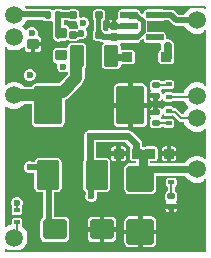
<source format=gtl>
G04*
G04 #@! TF.GenerationSoftware,Altium Limited,Altium Designer,22.9.1 (49)*
G04*
G04 Layer_Physical_Order=1*
G04 Layer_Color=8048618*
%FSLAX25Y25*%
%MOIN*%
G70*
G04*
G04 #@! TF.SameCoordinates,54072B3C-91D6-4D2C-9FA6-DB57A1534E62*
G04*
G04*
G04 #@! TF.FilePolarity,Positive*
G04*
G01*
G75*
%ADD12C,0.00787*%
%ADD15C,0.01968*%
%ADD16C,0.01575*%
G04:AMPARAMS|DCode=20|XSize=74.8mil|YSize=98.43mil|CornerRadius=7.48mil|HoleSize=0mil|Usage=FLASHONLY|Rotation=0.000|XOffset=0mil|YOffset=0mil|HoleType=Round|Shape=RoundedRectangle|*
%AMROUNDEDRECTD20*
21,1,0.07480,0.08346,0,0,0.0*
21,1,0.05984,0.09843,0,0,0.0*
1,1,0.01496,0.02992,-0.04173*
1,1,0.01496,-0.02992,-0.04173*
1,1,0.01496,-0.02992,0.04173*
1,1,0.01496,0.02992,0.04173*
%
%ADD20ROUNDEDRECTD20*%
G04:AMPARAMS|DCode=21|XSize=86.61mil|YSize=90.55mil|CornerRadius=8.66mil|HoleSize=0mil|Usage=FLASHONLY|Rotation=270.000|XOffset=0mil|YOffset=0mil|HoleType=Round|Shape=RoundedRectangle|*
%AMROUNDEDRECTD21*
21,1,0.08661,0.07323,0,0,270.0*
21,1,0.06929,0.09055,0,0,270.0*
1,1,0.01732,-0.03661,-0.03465*
1,1,0.01732,-0.03661,0.03465*
1,1,0.01732,0.03661,0.03465*
1,1,0.01732,0.03661,-0.03465*
%
%ADD21ROUNDEDRECTD21*%
G04:AMPARAMS|DCode=22|XSize=78.74mil|YSize=66.93mil|CornerRadius=6.69mil|HoleSize=0mil|Usage=FLASHONLY|Rotation=180.000|XOffset=0mil|YOffset=0mil|HoleType=Round|Shape=RoundedRectangle|*
%AMROUNDEDRECTD22*
21,1,0.07874,0.05354,0,0,180.0*
21,1,0.06535,0.06693,0,0,180.0*
1,1,0.01339,-0.03268,0.02677*
1,1,0.01339,0.03268,0.02677*
1,1,0.01339,0.03268,-0.02677*
1,1,0.01339,-0.03268,-0.02677*
%
%ADD22ROUNDEDRECTD22*%
G04:AMPARAMS|DCode=23|XSize=35.43mil|YSize=37.4mil|CornerRadius=3.54mil|HoleSize=0mil|Usage=FLASHONLY|Rotation=90.000|XOffset=0mil|YOffset=0mil|HoleType=Round|Shape=RoundedRectangle|*
%AMROUNDEDRECTD23*
21,1,0.03543,0.03032,0,0,90.0*
21,1,0.02835,0.03740,0,0,90.0*
1,1,0.00709,0.01516,0.01417*
1,1,0.00709,0.01516,-0.01417*
1,1,0.00709,-0.01516,-0.01417*
1,1,0.00709,-0.01516,0.01417*
%
%ADD23ROUNDEDRECTD23*%
G04:AMPARAMS|DCode=24|XSize=35.43mil|YSize=37.4mil|CornerRadius=3.54mil|HoleSize=0mil|Usage=FLASHONLY|Rotation=90.000|XOffset=0mil|YOffset=0mil|HoleType=Round|Shape=RoundedRectangle|*
%AMROUNDEDRECTD24*
21,1,0.03543,0.03032,0,0,90.0*
21,1,0.02835,0.03740,0,0,90.0*
1,1,0.00709,0.01516,0.01417*
1,1,0.00709,0.01516,-0.01417*
1,1,0.00709,-0.01516,-0.01417*
1,1,0.00709,-0.01516,0.01417*
%
%ADD24ROUNDEDRECTD24*%
G04:AMPARAMS|DCode=25|XSize=21.65mil|YSize=57.09mil|CornerRadius=2.17mil|HoleSize=0mil|Usage=FLASHONLY|Rotation=270.000|XOffset=0mil|YOffset=0mil|HoleType=Round|Shape=RoundedRectangle|*
%AMROUNDEDRECTD25*
21,1,0.02165,0.05276,0,0,270.0*
21,1,0.01732,0.05709,0,0,270.0*
1,1,0.00433,-0.02638,-0.00866*
1,1,0.00433,-0.02638,0.00866*
1,1,0.00433,0.02638,0.00866*
1,1,0.00433,0.02638,-0.00866*
%
%ADD25ROUNDEDRECTD25*%
G04:AMPARAMS|DCode=26|XSize=21.65mil|YSize=57.09mil|CornerRadius=2.17mil|HoleSize=0mil|Usage=FLASHONLY|Rotation=270.000|XOffset=0mil|YOffset=0mil|HoleType=Round|Shape=RoundedRectangle|*
%AMROUNDEDRECTD26*
21,1,0.02165,0.05276,0,0,270.0*
21,1,0.01732,0.05709,0,0,270.0*
1,1,0.00433,-0.02638,-0.00866*
1,1,0.00433,-0.02638,0.00866*
1,1,0.00433,0.02638,0.00866*
1,1,0.00433,0.02638,-0.00866*
%
%ADD26ROUNDEDRECTD26*%
G04:AMPARAMS|DCode=27|XSize=35.83mil|YSize=33.47mil|CornerRadius=3.35mil|HoleSize=0mil|Usage=FLASHONLY|Rotation=0.000|XOffset=0mil|YOffset=0mil|HoleType=Round|Shape=RoundedRectangle|*
%AMROUNDEDRECTD27*
21,1,0.03583,0.02677,0,0,0.0*
21,1,0.02913,0.03347,0,0,0.0*
1,1,0.00669,0.01457,-0.01339*
1,1,0.00669,-0.01457,-0.01339*
1,1,0.00669,-0.01457,0.01339*
1,1,0.00669,0.01457,0.01339*
%
%ADD27ROUNDEDRECTD27*%
G04:AMPARAMS|DCode=28|XSize=94.49mil|YSize=129.92mil|CornerRadius=9.45mil|HoleSize=0mil|Usage=FLASHONLY|Rotation=0.000|XOffset=0mil|YOffset=0mil|HoleType=Round|Shape=RoundedRectangle|*
%AMROUNDEDRECTD28*
21,1,0.09449,0.11102,0,0,0.0*
21,1,0.07559,0.12992,0,0,0.0*
1,1,0.01890,0.03780,-0.05551*
1,1,0.01890,-0.03780,-0.05551*
1,1,0.01890,-0.03780,0.05551*
1,1,0.01890,0.03780,0.05551*
%
%ADD28ROUNDEDRECTD28*%
G04:AMPARAMS|DCode=29|XSize=70.87mil|YSize=45.28mil|CornerRadius=4.53mil|HoleSize=0mil|Usage=FLASHONLY|Rotation=90.000|XOffset=0mil|YOffset=0mil|HoleType=Round|Shape=RoundedRectangle|*
%AMROUNDEDRECTD29*
21,1,0.07087,0.03622,0,0,90.0*
21,1,0.06181,0.04528,0,0,90.0*
1,1,0.00906,0.01811,0.03091*
1,1,0.00906,0.01811,-0.03091*
1,1,0.00906,-0.01811,-0.03091*
1,1,0.00906,-0.01811,0.03091*
%
%ADD29ROUNDEDRECTD29*%
G04:AMPARAMS|DCode=30|XSize=33.47mil|YSize=33.47mil|CornerRadius=3.35mil|HoleSize=0mil|Usage=FLASHONLY|Rotation=0.000|XOffset=0mil|YOffset=0mil|HoleType=Round|Shape=RoundedRectangle|*
%AMROUNDEDRECTD30*
21,1,0.03347,0.02677,0,0,0.0*
21,1,0.02677,0.03347,0,0,0.0*
1,1,0.00669,0.01339,-0.01339*
1,1,0.00669,-0.01339,-0.01339*
1,1,0.00669,-0.01339,0.01339*
1,1,0.00669,0.01339,0.01339*
%
%ADD30ROUNDEDRECTD30*%
G04:AMPARAMS|DCode=31|XSize=15.75mil|YSize=19.68mil|CornerRadius=1.58mil|HoleSize=0mil|Usage=FLASHONLY|Rotation=270.000|XOffset=0mil|YOffset=0mil|HoleType=Round|Shape=RoundedRectangle|*
%AMROUNDEDRECTD31*
21,1,0.01575,0.01654,0,0,270.0*
21,1,0.01260,0.01968,0,0,270.0*
1,1,0.00315,-0.00827,-0.00630*
1,1,0.00315,-0.00827,0.00630*
1,1,0.00315,0.00827,0.00630*
1,1,0.00315,0.00827,-0.00630*
%
%ADD31ROUNDEDRECTD31*%
G04:AMPARAMS|DCode=32|XSize=23.62mil|YSize=23.62mil|CornerRadius=2.36mil|HoleSize=0mil|Usage=FLASHONLY|Rotation=90.000|XOffset=0mil|YOffset=0mil|HoleType=Round|Shape=RoundedRectangle|*
%AMROUNDEDRECTD32*
21,1,0.02362,0.01890,0,0,90.0*
21,1,0.01890,0.02362,0,0,90.0*
1,1,0.00472,0.00945,0.00945*
1,1,0.00472,0.00945,-0.00945*
1,1,0.00472,-0.00945,-0.00945*
1,1,0.00472,-0.00945,0.00945*
%
%ADD32ROUNDEDRECTD32*%
G04:AMPARAMS|DCode=33|XSize=19.68mil|YSize=23.62mil|CornerRadius=1.97mil|HoleSize=0mil|Usage=FLASHONLY|Rotation=0.000|XOffset=0mil|YOffset=0mil|HoleType=Round|Shape=RoundedRectangle|*
%AMROUNDEDRECTD33*
21,1,0.01968,0.01968,0,0,0.0*
21,1,0.01575,0.02362,0,0,0.0*
1,1,0.00394,0.00787,-0.00984*
1,1,0.00394,-0.00787,-0.00984*
1,1,0.00394,-0.00787,0.00984*
1,1,0.00394,0.00787,0.00984*
%
%ADD33ROUNDEDRECTD33*%
G04:AMPARAMS|DCode=34|XSize=19.68mil|YSize=23.62mil|CornerRadius=1.97mil|HoleSize=0mil|Usage=FLASHONLY|Rotation=270.000|XOffset=0mil|YOffset=0mil|HoleType=Round|Shape=RoundedRectangle|*
%AMROUNDEDRECTD34*
21,1,0.01968,0.01968,0,0,270.0*
21,1,0.01575,0.02362,0,0,270.0*
1,1,0.00394,-0.00984,-0.00787*
1,1,0.00394,-0.00984,0.00787*
1,1,0.00394,0.00984,0.00787*
1,1,0.00394,0.00984,-0.00787*
%
%ADD34ROUNDEDRECTD34*%
%ADD51O,0.66929X0.00787*%
%ADD52O,0.00787X0.18898*%
%ADD53O,0.00787X0.10236*%
%ADD54O,0.00787X0.12992*%
%ADD55O,0.00787X0.40158*%
%ADD56O,0.60630X0.00787*%
%ADD57O,0.00787X0.01181*%
%ADD58O,0.00787X0.24410*%
%ADD59C,0.03150*%
%ADD60C,0.02362*%
%ADD61C,0.03937*%
%ADD62C,0.02756*%
%ADD63C,0.05906*%
%ADD64C,0.02362*%
G36*
X62081Y81299D02*
X61196Y80788D01*
X60353Y79945D01*
X59791Y78972D01*
X57833D01*
X56590Y80214D01*
X56004Y80606D01*
X55313Y80743D01*
X52933D01*
X52925Y80749D01*
X52533Y80827D01*
X47257D01*
X46866Y80749D01*
X46534Y80527D01*
X46312Y80195D01*
X46234Y79803D01*
Y79473D01*
X45688Y79247D01*
X45158Y79777D01*
X45088Y79824D01*
X45014Y80195D01*
X44792Y80527D01*
X44460Y80749D01*
X44068Y80827D01*
X38793D01*
X38401Y80749D01*
X38069Y80527D01*
X37847Y80195D01*
X37769Y79803D01*
Y78071D01*
X37800Y77914D01*
X37401Y77446D01*
X37343Y77416D01*
X37257Y77433D01*
X37100D01*
Y75444D01*
X36313D01*
Y74657D01*
X34324D01*
Y74499D01*
X34403Y74100D01*
X34087Y73510D01*
X33435D01*
X33212Y73733D01*
X33208Y73753D01*
X32982Y74092D01*
X32714Y74271D01*
Y76945D01*
X32982Y77124D01*
X33208Y77462D01*
X33288Y77861D01*
Y79751D01*
X33208Y80151D01*
X32982Y80489D01*
X32643Y80716D01*
X32244Y80795D01*
X30354D01*
X29955Y80716D01*
X29616Y80489D01*
X29390Y80151D01*
X29311Y79751D01*
Y77861D01*
X29390Y77462D01*
X29503Y77293D01*
Y73922D01*
X29390Y73753D01*
X29311Y73354D01*
Y71464D01*
X29390Y71065D01*
X29616Y70726D01*
X29955Y70500D01*
X30354Y70420D01*
X31419D01*
X31995Y70035D01*
X32686Y69898D01*
X32724D01*
X32903Y69307D01*
X32756Y69208D01*
X32481Y68798D01*
X32385Y68314D01*
Y62133D01*
X32481Y61649D01*
X32756Y61239D01*
X33166Y60965D01*
X33650Y60869D01*
X37272D01*
X37756Y60965D01*
X38166Y61239D01*
X38440Y61649D01*
X38521Y62057D01*
X38603Y62173D01*
X39127Y62487D01*
X39298Y62453D01*
X42211D01*
X42649Y62540D01*
X43020Y62788D01*
X43268Y63159D01*
X43355Y63597D01*
Y66274D01*
X43268Y66712D01*
X43020Y67083D01*
X42649Y67331D01*
X42211Y67418D01*
X39298D01*
X39127Y67384D01*
X38536Y67771D01*
Y68314D01*
X38440Y68798D01*
X38248Y69085D01*
X38254Y69119D01*
X38507Y69569D01*
X38550Y69615D01*
X38793Y69567D01*
X44068D01*
X44460Y69645D01*
X44792Y69867D01*
X45014Y70199D01*
X45071Y70483D01*
X45271Y70617D01*
X45688Y71034D01*
X46234Y70808D01*
Y70591D01*
X46312Y70199D01*
X46534Y69867D01*
X46866Y69645D01*
X47257Y69567D01*
X51653D01*
X52027Y69110D01*
X51952Y68732D01*
Y67351D01*
X51852Y67331D01*
X51481Y67083D01*
X51233Y66712D01*
X51146Y66274D01*
Y63597D01*
X51233Y63159D01*
X51481Y62788D01*
X51852Y62540D01*
X52290Y62453D01*
X55203D01*
X55641Y62540D01*
X56012Y62788D01*
X56260Y63159D01*
X56347Y63597D01*
Y64853D01*
X56368Y64955D01*
Y68732D01*
X56200Y69577D01*
X55721Y70293D01*
X55005Y70772D01*
X54160Y70940D01*
X54013Y70911D01*
X53557Y71285D01*
Y72323D01*
X53479Y72715D01*
X53257Y73047D01*
X52925Y73269D01*
X52533Y73347D01*
X47572D01*
X47465Y73477D01*
Y76805D01*
X47465Y76805D01*
X47664Y77047D01*
X52533D01*
X52925Y77125D01*
X52933Y77131D01*
X54565D01*
X55807Y75888D01*
X56393Y75497D01*
X57085Y75359D01*
X59791D01*
X60353Y74385D01*
X61196Y73542D01*
X62229Y72946D01*
X63380Y72638D01*
X64572D01*
X65724Y72946D01*
X66339Y73301D01*
X66929Y72960D01*
Y56174D01*
X66339Y55833D01*
X65724Y56187D01*
X64572Y56496D01*
X63380D01*
X62229Y56187D01*
X61196Y55591D01*
X60353Y54748D01*
X59757Y53716D01*
X59520Y52831D01*
X56127D01*
X56032Y52973D01*
X55719Y53182D01*
X55351Y53255D01*
X53697D01*
X53329Y53182D01*
X53016Y52973D01*
X52845Y52716D01*
X52803Y52714D01*
X52254Y52843D01*
X52178Y53227D01*
X51960Y53552D01*
Y53944D01*
X52409Y54444D01*
X53077D01*
X53329Y54276D01*
X53697Y54202D01*
X55351D01*
X55719Y54276D01*
X56032Y54484D01*
X56241Y54797D01*
X56314Y55166D01*
Y56425D01*
X56241Y56794D01*
X56032Y57107D01*
X55719Y57315D01*
X55351Y57389D01*
X53697D01*
X53329Y57315D01*
X53016Y57107D01*
X52846Y56852D01*
X52123D01*
X51960Y57096D01*
X51635Y57313D01*
X51251Y57390D01*
X49282D01*
X48898Y57313D01*
X48572Y57096D01*
X48355Y56770D01*
X48279Y56386D01*
Y54811D01*
X48355Y54427D01*
X48572Y54102D01*
Y53552D01*
X48355Y53227D01*
X48279Y52843D01*
D01*
X50266D01*
Y52055D01*
X51054D01*
Y50264D01*
X51251D01*
X51635Y50341D01*
X51960Y50558D01*
X52165Y50865D01*
X52253Y50879D01*
X52772Y50842D01*
X52807Y50663D01*
X53016Y50350D01*
X53329Y50142D01*
X53697Y50068D01*
X55351D01*
X55719Y50142D01*
X56032Y50350D01*
X56080Y50422D01*
X59703D01*
X59757Y50221D01*
X60353Y49189D01*
X60913Y48629D01*
X61132Y48228D01*
X60913Y47827D01*
X60353Y47268D01*
X59757Y46236D01*
X59719Y46092D01*
X59062Y45924D01*
X57432Y47554D01*
X57041Y47815D01*
X56581Y47907D01*
X56241Y47947D01*
X56032Y48260D01*
X55719Y48469D01*
X55351Y48542D01*
X53697D01*
X53329Y48469D01*
X53016Y48260D01*
X52807Y47947D01*
X52772Y47768D01*
X52253Y47732D01*
X52165Y47746D01*
X51960Y48052D01*
X51635Y48270D01*
X51251Y48346D01*
X51054D01*
Y46555D01*
X50266D01*
Y45768D01*
X48279D01*
X48355Y45384D01*
X48572Y45058D01*
Y44509D01*
X48355Y44183D01*
X48279Y43799D01*
Y42224D01*
X48355Y41840D01*
X48572Y41515D01*
X48898Y41297D01*
X49282Y41221D01*
X51251D01*
X51635Y41297D01*
X51960Y41515D01*
X52090Y41709D01*
X52879D01*
X53016Y41504D01*
X53329Y41295D01*
X53697Y41222D01*
X55351D01*
X55719Y41295D01*
X56032Y41504D01*
X56241Y41816D01*
X56314Y42185D01*
Y43445D01*
X56241Y43813D01*
X56032Y44126D01*
X55719Y44335D01*
X55351Y44408D01*
X53697D01*
X53329Y44335D01*
X53016Y44126D01*
X53010Y44118D01*
X52191D01*
X52178Y44183D01*
X51960Y44509D01*
Y45058D01*
X52178Y45384D01*
X52254Y45768D01*
X52803Y45897D01*
X52845Y45894D01*
X53016Y45638D01*
X53329Y45429D01*
X53697Y45355D01*
X55351D01*
X55719Y45429D01*
X55824Y45498D01*
X56082D01*
X57944Y43637D01*
X58334Y43376D01*
X58795Y43284D01*
X59612D01*
X59757Y42741D01*
X60353Y41708D01*
X61196Y40865D01*
X62229Y40269D01*
X63380Y39961D01*
X64572D01*
X65724Y40269D01*
X66339Y40624D01*
X66929Y40283D01*
Y31764D01*
X66339Y31423D01*
X65724Y31778D01*
X64572Y32087D01*
X63380D01*
X62229Y31778D01*
X61196Y31182D01*
X60353Y30339D01*
X59846Y29461D01*
X49025D01*
X48740Y29517D01*
X48398D01*
Y30195D01*
X49764D01*
X50202Y30282D01*
X50573Y30530D01*
X50821Y30901D01*
X50908Y31339D01*
Y34016D01*
X50821Y34454D01*
X50573Y34825D01*
X50202Y35073D01*
X49764Y35160D01*
X47087D01*
X46714Y35086D01*
X45766D01*
X45761Y35087D01*
Y35813D01*
X45608Y36581D01*
X45173Y37232D01*
X42403Y40002D01*
X41752Y40437D01*
X40984Y40590D01*
X28346D01*
X28153Y40551D01*
X27955D01*
X27772Y40475D01*
X27578Y40437D01*
X27414Y40327D01*
X27231Y40251D01*
X27092Y40112D01*
X26927Y40002D01*
X26817Y39838D01*
X26678Y39698D01*
X26602Y39515D01*
X26492Y39351D01*
X26454Y39157D01*
X26378Y38974D01*
Y38777D01*
X26339Y38583D01*
Y30761D01*
X26073Y30363D01*
X25954Y29764D01*
Y21417D01*
X26073Y20818D01*
X26413Y20310D01*
X26921Y19971D01*
X26934Y19968D01*
Y19287D01*
X26772Y18895D01*
Y18112D01*
X27071Y17389D01*
X27625Y16835D01*
X28349Y16535D01*
X29132D01*
X29855Y16835D01*
X30409Y17389D01*
X30709Y18112D01*
Y18895D01*
X30547Y19287D01*
Y19852D01*
X33504D01*
X34103Y19971D01*
X34611Y20310D01*
X34950Y20818D01*
X35069Y21417D01*
Y29764D01*
X34950Y30363D01*
X34611Y30871D01*
X34103Y31210D01*
X33504Y31329D01*
X30354D01*
Y36576D01*
X40153D01*
X41747Y34982D01*
Y34584D01*
X41660Y34454D01*
X41572Y34016D01*
Y31339D01*
X41660Y30901D01*
X41908Y30530D01*
X42279Y30282D01*
X42717Y30195D01*
X43581D01*
Y29517D01*
X41417D01*
X40772Y29389D01*
X40225Y29024D01*
X39860Y28477D01*
X39731Y27831D01*
Y20902D01*
X39860Y20257D01*
X40225Y19710D01*
X40772Y19345D01*
X41417Y19216D01*
X48740D01*
X49385Y19345D01*
X49932Y19710D01*
X50298Y20257D01*
X50426Y20902D01*
Y25447D01*
X59968D01*
X60353Y24779D01*
X61196Y23936D01*
X62229Y23340D01*
X63380Y23031D01*
X64572D01*
X65724Y23340D01*
X66339Y23695D01*
X66929Y23354D01*
Y0D01*
X5006D01*
X4848Y591D01*
X5733Y1101D01*
X6576Y1944D01*
X7172Y2977D01*
X7480Y4128D01*
Y5320D01*
X7172Y6472D01*
X6576Y7504D01*
X5733Y8347D01*
X5644Y8727D01*
X5686Y8789D01*
X5759Y9158D01*
Y10418D01*
X5686Y10786D01*
X5477Y11099D01*
X5164Y11308D01*
X4795Y11381D01*
X3142D01*
X2773Y11308D01*
X2461Y11099D01*
X2252Y10786D01*
X2179Y10418D01*
Y9204D01*
X1205Y8943D01*
X591Y8589D01*
X0Y8929D01*
Y47960D01*
X591Y48301D01*
X1205Y47946D01*
X2357Y47638D01*
X3549D01*
X4700Y47946D01*
X5733Y48542D01*
X6576Y49385D01*
X6576Y49386D01*
X8844D01*
Y43268D01*
X8979Y42592D01*
X9361Y42019D01*
X9934Y41636D01*
X10610Y41502D01*
X18169D01*
X18845Y41636D01*
X19418Y42019D01*
X19801Y42592D01*
X19936Y43268D01*
Y50681D01*
X20560Y50939D01*
X21136Y51381D01*
X25714Y55959D01*
X26155Y56534D01*
X26433Y57205D01*
X26528Y57924D01*
Y61092D01*
X26748Y61239D01*
X27023Y61649D01*
X27119Y62133D01*
Y68314D01*
X27023Y68798D01*
X26748Y69208D01*
X26338Y69482D01*
X25854Y69579D01*
X22232D01*
X21748Y69482D01*
X21338Y69208D01*
X21064Y68798D01*
X20991Y68431D01*
X20843Y68287D01*
X20718Y68201D01*
X20377Y68046D01*
X20112Y68099D01*
X17080D01*
X16635Y68010D01*
X16257Y67758D01*
X16005Y67380D01*
X15916Y66935D01*
Y64100D01*
X16005Y63655D01*
X16257Y63277D01*
X16635Y63025D01*
X17080Y62936D01*
X17094D01*
X17489Y62346D01*
X17415Y62169D01*
Y61386D01*
X17715Y60663D01*
X18269Y60109D01*
X18992Y59809D01*
X19775D01*
X20378Y60058D01*
X20968Y59807D01*
Y59076D01*
X18029Y56136D01*
X10610D01*
X9934Y56002D01*
X9361Y55619D01*
X8979Y55046D01*
X8958Y54945D01*
X6576D01*
X6576Y54945D01*
X5733Y55788D01*
X4700Y56384D01*
X3549Y56693D01*
X2357D01*
X1205Y56384D01*
X591Y56029D01*
X0Y56371D01*
Y67448D01*
X591Y67789D01*
X1205Y67435D01*
X2357Y67126D01*
X3549D01*
X4700Y67435D01*
X5733Y68031D01*
X6074Y68372D01*
X6664Y68127D01*
Y67840D01*
X6753Y67395D01*
X7005Y67017D01*
X7383Y66765D01*
X7828Y66676D01*
X8557D01*
Y69258D01*
X9344D01*
Y70045D01*
X12024D01*
Y70675D01*
X11935Y71121D01*
X11683Y71498D01*
X11305Y71751D01*
X11288Y71754D01*
X10919Y72407D01*
X11001Y72606D01*
Y73390D01*
X10702Y74113D01*
X10148Y74667D01*
X9425Y74967D01*
X8641D01*
X7918Y74667D01*
X7414Y74163D01*
X7097Y74096D01*
X6783Y74075D01*
X6576Y74433D01*
X6106Y74904D01*
X5750Y75295D01*
X6106Y75687D01*
X6576Y76157D01*
X7172Y77189D01*
X7209Y77328D01*
X12712D01*
X12768Y77243D01*
X13094Y77026D01*
X13478Y76949D01*
X15053D01*
X15412Y77021D01*
X15441Y77023D01*
X16002Y76693D01*
Y74848D01*
X15916Y74415D01*
Y71581D01*
X16005Y71135D01*
X16257Y70758D01*
X16489Y70602D01*
X16531Y70540D01*
X17117Y70148D01*
X17809Y70011D01*
X18500Y70148D01*
X18902Y70417D01*
X20112D01*
X20557Y70505D01*
X20903Y70736D01*
X20955Y70726D01*
X21294Y70500D01*
X21693Y70420D01*
X23583D01*
X23982Y70500D01*
X24321Y70726D01*
X24533Y71044D01*
X24988Y70856D01*
X25771D01*
X26495Y71156D01*
X27049Y71709D01*
X27348Y72433D01*
Y73216D01*
X27061Y73910D01*
X27015Y74081D01*
X27112Y74570D01*
X27169Y74594D01*
X27723Y75147D01*
X28023Y75871D01*
Y76654D01*
X27723Y77378D01*
X27169Y77931D01*
X26446Y78231D01*
X25663D01*
X25217Y78046D01*
X24629Y78389D01*
X24626Y78392D01*
Y79751D01*
X24547Y80151D01*
X24321Y80489D01*
X23982Y80716D01*
X23583Y80795D01*
X21693D01*
X21433Y80743D01*
X19137D01*
X18980Y80848D01*
X18596Y80925D01*
X17021D01*
X16637Y80848D01*
X16312Y80631D01*
X15762D01*
X15437Y80848D01*
X15053Y80925D01*
X14343D01*
X14265Y80940D01*
X7245D01*
X7000Y81364D01*
X7304Y81890D01*
X61923D01*
X62081Y81299D01*
D02*
G37*
G36*
X20955Y77124D02*
X21294Y76897D01*
X21693Y76818D01*
X23540D01*
X23601Y76800D01*
X24086Y76316D01*
Y75871D01*
X24373Y75177D01*
X24419Y75006D01*
X24371Y74765D01*
X23982Y74318D01*
X23583Y74397D01*
X21693D01*
X21276Y74415D01*
X21187Y74861D01*
X20935Y75239D01*
X20557Y75491D01*
X20112Y75579D01*
X19615D01*
Y77131D01*
X20950D01*
X20955Y77124D01*
D02*
G37*
%LPC*%
G36*
X35525Y77433D02*
X35368D01*
X34968Y77353D01*
X34630Y77127D01*
X34403Y76789D01*
X34324Y76389D01*
Y76232D01*
X35525D01*
Y77433D01*
D02*
G37*
G36*
X12024Y68471D02*
X10131D01*
Y66676D01*
X10860D01*
X11305Y66765D01*
X11683Y67017D01*
X11935Y67395D01*
X12024Y67840D01*
Y68471D01*
D02*
G37*
G36*
X8659Y60830D02*
X7876D01*
X7153Y60530D01*
X6599Y59976D01*
X6299Y59253D01*
Y58469D01*
X6599Y57746D01*
X7153Y57192D01*
X7876Y56893D01*
X8659D01*
X9383Y57192D01*
X9937Y57746D01*
X10236Y58469D01*
Y59253D01*
X9937Y59976D01*
X9383Y60530D01*
X8659Y60830D01*
D02*
G37*
G36*
X49479Y51268D02*
X48279D01*
X48355Y50884D01*
X48572Y50558D01*
X48898Y50341D01*
X49282Y50264D01*
X49479D01*
Y51268D01*
D02*
G37*
G36*
X45531Y56136D02*
X42539D01*
Y49606D01*
X47298D01*
Y54370D01*
X47163Y55046D01*
X46780Y55619D01*
X46207Y56002D01*
X45531Y56136D01*
D02*
G37*
G36*
X40965D02*
X37972D01*
X37297Y56002D01*
X36724Y55619D01*
X36341Y55046D01*
X36206Y54370D01*
Y49606D01*
X40965D01*
Y56136D01*
D02*
G37*
G36*
X49479Y48346D02*
X49282D01*
X48898Y48270D01*
X48572Y48052D01*
X48355Y47727D01*
X48279Y47343D01*
D01*
X49479D01*
Y48346D01*
D02*
G37*
G36*
X47298Y48031D02*
X42539D01*
Y41502D01*
X45531D01*
X46207Y41636D01*
X46780Y42019D01*
X47163Y42592D01*
X47298Y43268D01*
Y48031D01*
D02*
G37*
G36*
X40965D02*
X36206D01*
Y43268D01*
X36341Y42592D01*
X36724Y42019D01*
X37297Y41636D01*
X37972Y41502D01*
X40965D01*
Y48031D01*
D02*
G37*
G36*
X39173Y35160D02*
X38622D01*
Y33465D01*
X40317D01*
Y34016D01*
X40230Y34454D01*
X39982Y34825D01*
X39611Y35073D01*
X39173Y35160D01*
D02*
G37*
G36*
X55984D02*
X55433D01*
Y33465D01*
X57128D01*
Y34016D01*
X57041Y34454D01*
X56793Y34825D01*
X56422Y35073D01*
X55984Y35160D01*
D02*
G37*
G36*
X53858D02*
X53307D01*
X52869Y35073D01*
X52498Y34825D01*
X52250Y34454D01*
X52163Y34016D01*
Y33465D01*
X53858D01*
Y35160D01*
D02*
G37*
G36*
X37047D02*
X36496D01*
X36058Y35073D01*
X35687Y34825D01*
X35439Y34454D01*
X35352Y34016D01*
Y33465D01*
X37047D01*
Y35160D01*
D02*
G37*
G36*
X57128Y31890D02*
X55433D01*
Y30195D01*
X55984D01*
X56422Y30282D01*
X56793Y30530D01*
X57041Y30901D01*
X57128Y31339D01*
Y31890D01*
D02*
G37*
G36*
X53858D02*
X52163D01*
Y31339D01*
X52250Y30901D01*
X52498Y30530D01*
X52869Y30282D01*
X53307Y30195D01*
X53858D01*
Y31890D01*
D02*
G37*
G36*
X40317D02*
X38622D01*
Y30195D01*
X39173D01*
X39611Y30282D01*
X39982Y30530D01*
X40230Y30901D01*
X40317Y31339D01*
Y31890D01*
D02*
G37*
G36*
X37047D02*
X35352D01*
Y31339D01*
X35439Y30901D01*
X35687Y30530D01*
X36058Y30282D01*
X36496Y30195D01*
X37047D01*
Y31890D01*
D02*
G37*
G36*
X17362Y31329D02*
X11378D01*
X10779Y31210D01*
X10271Y30871D01*
X9932Y30363D01*
X9851Y29958D01*
X9051D01*
X8659Y30120D01*
X7876D01*
X7153Y29820D01*
X6599Y29266D01*
X6299Y28543D01*
Y27760D01*
X6599Y27036D01*
X7153Y26482D01*
X7876Y26183D01*
X8659D01*
X9051Y26345D01*
X9812D01*
Y21417D01*
X9932Y20818D01*
X10271Y20310D01*
X10779Y19971D01*
X11378Y19852D01*
X12713D01*
Y11532D01*
X12699Y11530D01*
X12218Y11208D01*
X11896Y10726D01*
X11783Y10158D01*
Y4803D01*
X11896Y4235D01*
X12218Y3753D01*
X12699Y3431D01*
X13268Y3318D01*
X19803D01*
X20371Y3431D01*
X20853Y3753D01*
X21175Y4235D01*
X21288Y4803D01*
Y10158D01*
X21175Y10726D01*
X20853Y11208D01*
X20371Y11530D01*
X19803Y11643D01*
X16326D01*
Y19852D01*
X17362D01*
X17961Y19971D01*
X18469Y20310D01*
X18809Y20818D01*
X18928Y21417D01*
Y29764D01*
X18809Y30363D01*
X18469Y30871D01*
X17961Y31210D01*
X17362Y31329D01*
D02*
G37*
G36*
X56243Y24759D02*
X54590D01*
X54221Y24686D01*
X53908Y24477D01*
X53700Y24165D01*
X53626Y23796D01*
Y22536D01*
X53700Y22167D01*
X53908Y21855D01*
X54212Y21652D01*
Y20290D01*
X54048Y20257D01*
X53723Y20040D01*
X53505Y19714D01*
X53429Y19330D01*
Y17755D01*
X53505Y17371D01*
X53723Y17046D01*
Y16496D01*
X53505Y16171D01*
X53429Y15787D01*
D01*
X55416D01*
X57404D01*
X57328Y16171D01*
X57110Y16496D01*
Y17046D01*
X57328Y17371D01*
X57404Y17755D01*
Y19330D01*
X57328Y19714D01*
X57110Y20040D01*
X56785Y20257D01*
X56621Y20290D01*
Y21652D01*
X56924Y21855D01*
X57133Y22167D01*
X57207Y22536D01*
Y23796D01*
X57133Y24165D01*
X56924Y24477D01*
X56612Y24686D01*
X56243Y24759D01*
D02*
G37*
G36*
X57404Y14212D02*
X56204D01*
Y13208D01*
X56401D01*
X56785Y13285D01*
X57110Y13502D01*
X57328Y13828D01*
X57404Y14212D01*
D01*
D02*
G37*
G36*
X54629D02*
X53429D01*
X53505Y13828D01*
X53723Y13502D01*
X54048Y13285D01*
X54432Y13208D01*
X54629D01*
Y14212D01*
D02*
G37*
G36*
X4329Y18300D02*
X3545D01*
X2822Y18000D01*
X2268Y17447D01*
X1969Y16723D01*
Y15940D01*
X2268Y15217D01*
X2377Y15108D01*
X2252Y14920D01*
X2179Y14552D01*
Y13292D01*
X2252Y12923D01*
X2461Y12610D01*
X2773Y12402D01*
X3142Y12328D01*
X4795D01*
X5164Y12402D01*
X5477Y12610D01*
X5686Y12923D01*
X5759Y13292D01*
Y14552D01*
X5686Y14920D01*
X5535Y15146D01*
X5606Y15217D01*
X5906Y15940D01*
Y16723D01*
X5606Y17447D01*
X5052Y18000D01*
X4329Y18300D01*
D02*
G37*
G36*
X35551Y11643D02*
X33071D01*
Y8268D01*
X37036D01*
Y10158D01*
X36923Y10726D01*
X36601Y11208D01*
X36120Y11530D01*
X35551Y11643D01*
D02*
G37*
G36*
X31496D02*
X29016D01*
X28447Y11530D01*
X27966Y11208D01*
X27644Y10726D01*
X27531Y10158D01*
Y8268D01*
X31496D01*
Y11643D01*
D02*
G37*
G36*
X48740Y11801D02*
X45866D01*
Y7438D01*
X50426D01*
Y10115D01*
X50298Y10760D01*
X49932Y11307D01*
X49385Y11672D01*
X48740Y11801D01*
D02*
G37*
G36*
X44291D02*
X41417D01*
X40772Y11672D01*
X40225Y11307D01*
X39860Y10760D01*
X39731Y10115D01*
Y7438D01*
X44291D01*
Y11801D01*
D02*
G37*
G36*
X37036Y6693D02*
X33071D01*
Y3318D01*
X35551D01*
X36120Y3431D01*
X36601Y3753D01*
X36923Y4235D01*
X37036Y4803D01*
Y6693D01*
D02*
G37*
G36*
X31496D02*
X27531D01*
Y4803D01*
X27644Y4235D01*
X27966Y3753D01*
X28447Y3431D01*
X29016Y3318D01*
X31496D01*
Y6693D01*
D02*
G37*
G36*
X50426Y5863D02*
X45866D01*
Y1500D01*
X48740D01*
X49385Y1628D01*
X49932Y1994D01*
X50298Y2541D01*
X50426Y3186D01*
Y5863D01*
D02*
G37*
G36*
X44291D02*
X39731D01*
Y3186D01*
X39860Y2541D01*
X40225Y1994D01*
X40772Y1628D01*
X41417Y1500D01*
X44291D01*
Y5863D01*
D02*
G37*
%LPD*%
D12*
X54559Y51626D02*
X64567D01*
X54770Y46703D02*
X56581D01*
X58795Y44488D01*
X63976D01*
X3953Y4642D02*
Y9772D01*
X54524Y46949D02*
X54770Y46703D01*
X50365Y42913D02*
X54426D01*
X54524Y42815D01*
X50266Y43012D02*
X50365Y42913D01*
X50414Y55648D02*
X54376D01*
X3937Y16332D02*
X3953Y16316D01*
Y13938D02*
Y16316D01*
Y13938D02*
X3969Y13922D01*
X55416Y18543D02*
Y23166D01*
Y27300D02*
X55515Y27398D01*
X3953Y9772D02*
X3969Y9788D01*
X3937Y4626D02*
X3953Y4642D01*
D15*
X55313Y78937D02*
X57085Y77165D01*
X63976D01*
X49895Y78937D02*
X55313D01*
X11810Y28151D02*
X14370Y25591D01*
X8268Y28151D02*
X11810D01*
X14519Y8533D02*
Y21898D01*
X13190Y23227D02*
X14519Y21898D01*
X3740Y79134D02*
X14265D01*
X28740Y18504D02*
Y23819D01*
X14265Y78937D02*
Y79134D01*
X17809Y71817D02*
Y78937D01*
X22402D01*
X36313Y71507D02*
X36338Y71482D01*
X41405D01*
X41431Y71457D01*
X36116Y71704D02*
X36313Y71507D01*
X31194Y73196D02*
X32686Y71704D01*
X35328D01*
D16*
X22533Y72409D02*
X22798Y72674D01*
X25229D02*
X25380Y72825D01*
X22798Y72674D02*
X25229D01*
X31108Y73282D02*
X31194Y73196D01*
X31108Y73282D02*
Y78720D01*
X31194Y78806D01*
X36436Y75321D02*
X41307D01*
X36313Y75444D02*
X36436Y75321D01*
X41307D02*
X41431Y75197D01*
X44135Y71752D02*
X45860Y73476D01*
X41726Y71752D02*
X44135D01*
X45860Y73476D02*
Y76805D01*
X41431Y71457D02*
X41726Y71752D01*
X44023Y78642D02*
X45860Y76805D01*
X41431Y78937D02*
X41726Y78642D01*
X44023D01*
D20*
X14370Y25591D02*
D03*
X30512D02*
D03*
D21*
X45079Y24367D02*
D03*
Y6650D02*
D03*
D22*
X16535Y7480D02*
D03*
X32283D02*
D03*
D23*
X18596Y65518D02*
D03*
X9344Y69258D02*
D03*
D24*
X18596Y72998D02*
D03*
D25*
X49895Y78937D02*
D03*
Y71457D02*
D03*
X41431D02*
D03*
Y75197D02*
D03*
D26*
X41431Y78937D02*
D03*
D27*
X40755Y64936D02*
D03*
X53747D02*
D03*
D28*
X41752Y48819D02*
D03*
X14390D02*
D03*
D29*
X24043Y65224D02*
D03*
X35461D02*
D03*
D30*
X48425Y32677D02*
D03*
X54646D02*
D03*
X37835D02*
D03*
X44055D02*
D03*
D31*
X3969Y13922D02*
D03*
Y9788D02*
D03*
X54524Y55796D02*
D03*
Y51662D02*
D03*
Y42815D02*
D03*
Y46949D02*
D03*
X55416Y23166D02*
D03*
Y27300D02*
D03*
D32*
X36313Y75444D02*
D03*
Y71507D02*
D03*
X31299Y72409D02*
D03*
X22638D02*
D03*
X31299Y78806D02*
D03*
X22638D02*
D03*
D33*
X17809Y78937D02*
D03*
X14265D02*
D03*
D34*
X50266Y52055D02*
D03*
Y55599D02*
D03*
Y43012D02*
D03*
Y46555D02*
D03*
X55416Y18543D02*
D03*
Y14999D02*
D03*
D51*
X33465Y394D02*
D03*
D52*
X66535Y64764D02*
D03*
D53*
Y35827D02*
D03*
D54*
X394Y62008D02*
D03*
D55*
Y28150D02*
D03*
D56*
X36614Y81496D02*
D03*
D57*
X394Y591D02*
D03*
X66535Y81299D02*
D03*
D58*
Y12205D02*
D03*
D59*
X45990Y32677D02*
X47638D01*
X45990Y25278D02*
Y32677D01*
X44703D02*
X45990D01*
X45079Y24367D02*
X45990Y25278D01*
D60*
X47378Y27454D02*
X63871D01*
X43754Y32978D02*
X44055Y32677D01*
X40984Y38583D02*
X43754Y35813D01*
Y32978D02*
Y35813D01*
X28346Y38583D02*
X40984D01*
X63871Y27454D02*
X63976Y27559D01*
X35461Y65224D02*
X35605Y65080D01*
X41004D02*
X41148Y64936D01*
X35605Y65080D02*
X41004D01*
X28346Y26969D02*
Y38583D01*
D61*
X14643Y50844D02*
X17146Y53347D01*
X19170D02*
X23748Y57924D01*
Y63649D01*
X17146Y53347D02*
X19170D01*
X14643Y48819D02*
Y50844D01*
X2953Y52165D02*
X11634D01*
X14390Y48819D02*
Y49409D01*
X11634Y52165D02*
X14390Y49409D01*
X23748Y63649D02*
X24022Y63923D01*
D62*
X54160Y64955D02*
Y68732D01*
X54140Y64936D02*
X54160Y64955D01*
D63*
X2953Y71653D02*
D03*
Y78937D02*
D03*
Y4724D02*
D03*
Y52165D02*
D03*
X63976Y51968D02*
D03*
Y77165D02*
D03*
Y27559D02*
D03*
Y44488D02*
D03*
Y2953D02*
D03*
D64*
X8206Y8193D02*
D03*
X10925Y1828D02*
D03*
X20669D02*
D03*
X55726Y2749D02*
D03*
X59699Y7054D02*
D03*
X64567Y11811D02*
D03*
Y19685D02*
D03*
X58661Y15748D02*
D03*
Y23622D02*
D03*
X51419Y48964D02*
D03*
X56693Y37402D02*
D03*
X62598Y35433D02*
D03*
Y70866D02*
D03*
X58661Y64961D02*
D03*
X62598Y59055D02*
D03*
X54724Y72835D02*
D03*
X13118Y66649D02*
D03*
X4723Y64322D02*
D03*
X3543Y59055D02*
D03*
X9449Y33465D02*
D03*
X3543Y43307D02*
D03*
X5512Y37402D02*
D03*
X3543Y31496D02*
D03*
X5512Y25591D02*
D03*
X3543Y19685D02*
D03*
X9033Y72998D02*
D03*
X19384Y61778D02*
D03*
X26054Y76262D02*
D03*
X25380Y72825D02*
D03*
X10354Y12044D02*
D03*
X54205Y68777D02*
D03*
X38406Y1969D02*
D03*
Y8262D02*
D03*
X44882Y68110D02*
D03*
X3937Y16332D02*
D03*
X28740Y18504D02*
D03*
X33071Y58653D02*
D03*
X8268Y58861D02*
D03*
X35415Y48539D02*
D03*
X51091Y13780D02*
D03*
X51575Y18110D02*
D03*
X8268Y28151D02*
D03*
X43602Y57905D02*
D03*
X54724Y59055D02*
D03*
X29533Y61816D02*
D03*
X58368Y32605D02*
D03*
X55834Y10222D02*
D03*
X34343Y80425D02*
D03*
X22895Y8250D02*
D03*
X25197Y33465D02*
D03*
Y37008D02*
D03*
X22441Y75590D02*
D03*
X33922Y76362D02*
D03*
X32666Y32967D02*
D03*
X29222Y1828D02*
D03*
X51844Y6538D02*
D03*
X28346Y38583D02*
D03*
M02*

</source>
